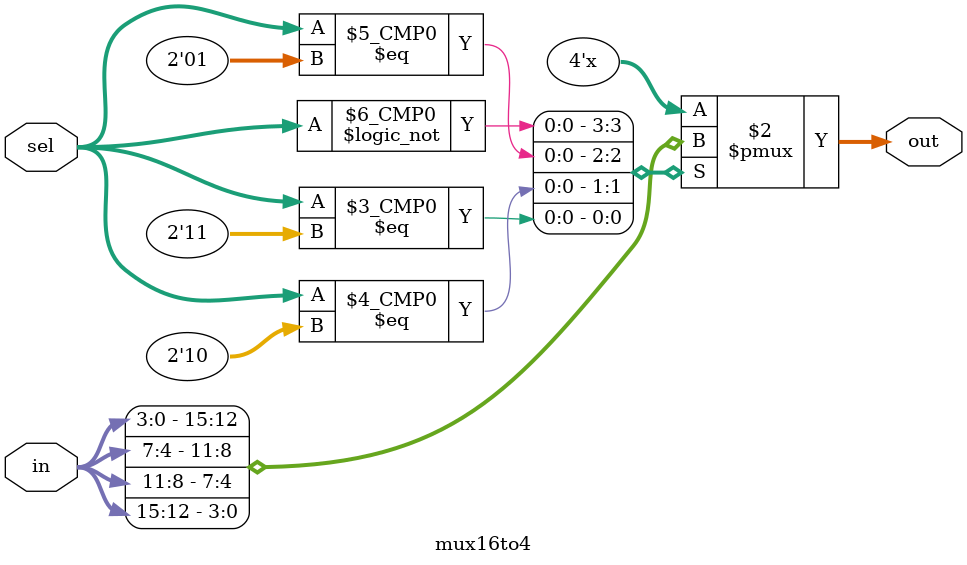
<source format=v>
module SevenSegmentController(
    input clk,rst,
    input [15:0] bcd_input,
    output [7:0] seg,
    output [3:0] digits
    );
    wire clk_1khz;
    wire [3:0] actual_4bits;
    wire [1:0] DigitEnable;
    Clock_Divider CD1(clk,27'd4999999,clk_1khz);
    Digit_Refresher DR1(clk_1khz,rst,DigitEnable);
    mux16to4 MX1(bcd_input,DigitEnable,actual_4bits);
    SevenDecoder SD1(actual_4bits,seg);
    assign digits[0] = ~((~DigitEnable[1])&(~DigitEnable[0]));
    assign digits[1] = ~((~DigitEnable[1])&DigitEnable[0]);
    assign digits[2] = ~(DigitEnable[1]&(~DigitEnable[0]));
    assign digits[3] = ~(DigitEnable[1]&DigitEnable[0]);
endmodule
module mux16to4(
    input [15:0] in,
    input [1:0] sel,
    output reg [3:0] out
    );
    always @(*) begin
        case(sel)
            2'b00: out = in[3:0];
            2'b01: out = in[7:4];
            2'b10: out = in[11:8];
            2'b11: out = in[15:12];
        endcase
    end
endmodule
</source>
